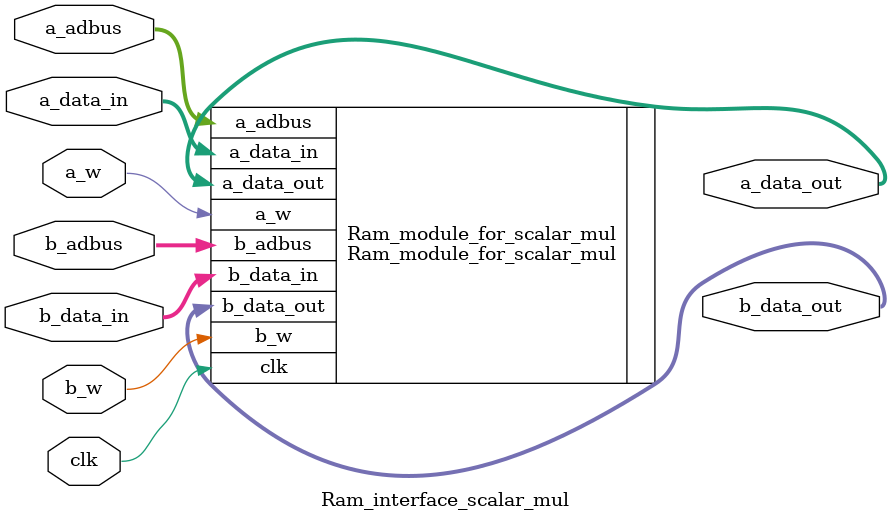
<source format=v>
`timescale 1ns / 1ps
module Ram_interface_scalar_mul#(
	parameter Data=256,
	parameter Addr=5,
	parameter command_len=1)
	(
   input wire clk,
	//interfacing of Ram for taking Data from outside
	input  wire               a_w,	
	input  wire  [Addr:0]     a_adbus,
	input  wire  [(Data-1):0] a_data_in,
	output wire  [(Data-1):0] a_data_out,
	//interfacing of Ram with inner module
	input  wire               b_w,
	input  wire  [Addr:0]     b_adbus,                 //address bus
	input  wire  [(Data-1):0] b_data_in,
	output wire  [(Data-1):0] b_data_out
    );




Ram_module_for_scalar_mul Ram_module_for_scalar_mul (
		.clk(clk), 
		.a_w(a_w), 
		.b_w(b_w), 
		.a_adbus(a_adbus), 
		.a_data_in(a_data_in), 
		.a_data_out(a_data_out), 
		.b_adbus(b_adbus), 
		.b_data_in(b_data_in), 
		.b_data_out(b_data_out)
	);


endmodule

</source>
